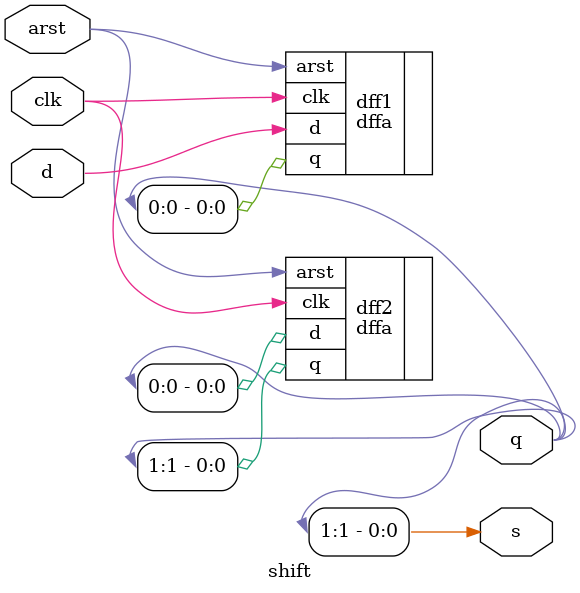
<source format=v>

module shift (clk, arst, d, q, s);
input clk, arst, d;
output [1:0] q;
output s;

assign s = q[1];

dffa dff1 (.clk(clk), .arst(arst), .d(d), .q(q[0]));
dffa dff2 (.clk(clk), .arst(arst), .d(q[0]), .q(q[1]));

endmodule



</source>
